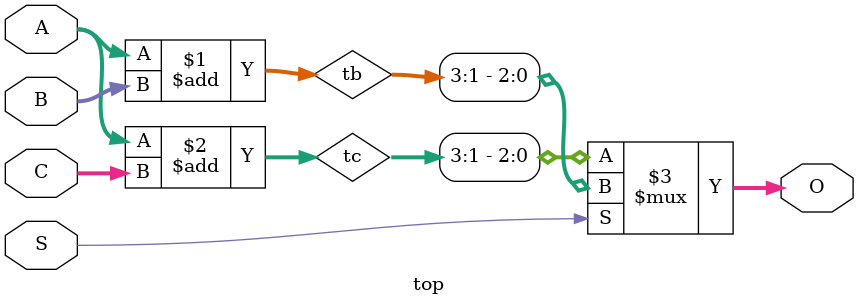
<source format=v>
module top(input [3:0] A, B, C, input S, output [2:0] O);

wire [3:0] tb = A + B;
wire [3:0] tc = A + C;

assign O = S ? tb[3:1] : tc[3:1];

endmodule

</source>
